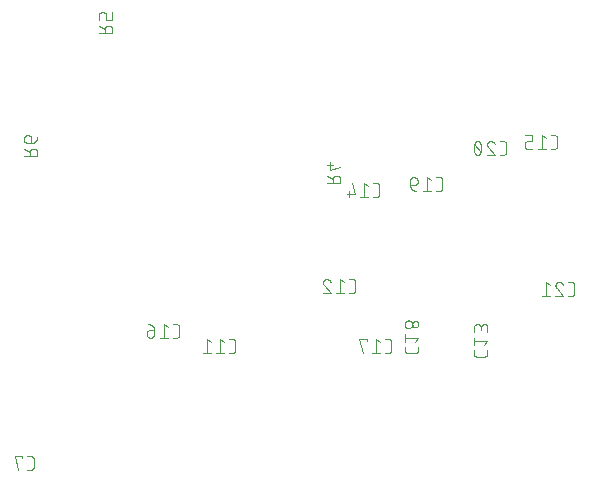
<source format=gbr>
G04 EAGLE Gerber RS-274X export*
G75*
%MOMM*%
%FSLAX34Y34*%
%LPD*%
%INSilkscreen Bottom*%
%IPPOS*%
%AMOC8*
5,1,8,0,0,1.08239X$1,22.5*%
G01*
%ADD10C,0.101600*%


D10*
X112964Y71628D02*
X115561Y71628D01*
X115660Y71630D01*
X115760Y71636D01*
X115859Y71645D01*
X115957Y71658D01*
X116055Y71675D01*
X116153Y71696D01*
X116249Y71721D01*
X116344Y71749D01*
X116438Y71781D01*
X116531Y71816D01*
X116623Y71855D01*
X116713Y71898D01*
X116801Y71943D01*
X116888Y71993D01*
X116972Y72045D01*
X117055Y72101D01*
X117135Y72159D01*
X117213Y72221D01*
X117288Y72286D01*
X117361Y72354D01*
X117431Y72424D01*
X117499Y72497D01*
X117564Y72572D01*
X117626Y72650D01*
X117684Y72730D01*
X117740Y72813D01*
X117792Y72897D01*
X117842Y72984D01*
X117887Y73072D01*
X117930Y73162D01*
X117969Y73254D01*
X118004Y73347D01*
X118036Y73441D01*
X118064Y73536D01*
X118089Y73632D01*
X118110Y73730D01*
X118127Y73828D01*
X118140Y73926D01*
X118149Y74025D01*
X118155Y74125D01*
X118157Y74224D01*
X118157Y80716D01*
X118155Y80815D01*
X118149Y80915D01*
X118140Y81014D01*
X118127Y81112D01*
X118110Y81210D01*
X118089Y81308D01*
X118064Y81404D01*
X118036Y81499D01*
X118004Y81593D01*
X117969Y81686D01*
X117930Y81778D01*
X117887Y81868D01*
X117842Y81956D01*
X117792Y82043D01*
X117740Y82127D01*
X117684Y82210D01*
X117626Y82290D01*
X117564Y82368D01*
X117499Y82443D01*
X117431Y82516D01*
X117361Y82586D01*
X117288Y82654D01*
X117213Y82719D01*
X117135Y82781D01*
X117055Y82839D01*
X116972Y82895D01*
X116888Y82947D01*
X116801Y82997D01*
X116713Y83042D01*
X116623Y83085D01*
X116531Y83124D01*
X116438Y83159D01*
X116344Y83191D01*
X116249Y83219D01*
X116153Y83244D01*
X116055Y83265D01*
X115957Y83282D01*
X115859Y83295D01*
X115760Y83304D01*
X115660Y83310D01*
X115561Y83312D01*
X112964Y83312D01*
X108599Y83312D02*
X108599Y82014D01*
X108599Y83312D02*
X102108Y83312D01*
X105354Y71628D01*
X366268Y314198D02*
X377952Y314198D01*
X377952Y317444D01*
X377950Y317557D01*
X377944Y317670D01*
X377934Y317783D01*
X377920Y317896D01*
X377903Y318008D01*
X377881Y318119D01*
X377856Y318229D01*
X377826Y318339D01*
X377793Y318447D01*
X377756Y318554D01*
X377716Y318660D01*
X377671Y318764D01*
X377623Y318867D01*
X377572Y318968D01*
X377517Y319067D01*
X377459Y319164D01*
X377397Y319259D01*
X377332Y319352D01*
X377264Y319442D01*
X377193Y319530D01*
X377118Y319616D01*
X377041Y319699D01*
X376961Y319779D01*
X376878Y319856D01*
X376792Y319931D01*
X376704Y320002D01*
X376614Y320070D01*
X376521Y320135D01*
X376426Y320197D01*
X376329Y320255D01*
X376230Y320310D01*
X376129Y320361D01*
X376026Y320409D01*
X375922Y320454D01*
X375816Y320494D01*
X375709Y320531D01*
X375601Y320564D01*
X375491Y320594D01*
X375381Y320619D01*
X375270Y320641D01*
X375158Y320658D01*
X375045Y320672D01*
X374932Y320682D01*
X374819Y320688D01*
X374706Y320690D01*
X374593Y320688D01*
X374480Y320682D01*
X374367Y320672D01*
X374254Y320658D01*
X374142Y320641D01*
X374031Y320619D01*
X373921Y320594D01*
X373811Y320564D01*
X373703Y320531D01*
X373596Y320494D01*
X373490Y320454D01*
X373386Y320409D01*
X373283Y320361D01*
X373182Y320310D01*
X373083Y320255D01*
X372986Y320197D01*
X372891Y320135D01*
X372798Y320070D01*
X372708Y320002D01*
X372620Y319931D01*
X372534Y319856D01*
X372451Y319779D01*
X372371Y319699D01*
X372294Y319616D01*
X372219Y319530D01*
X372148Y319442D01*
X372080Y319352D01*
X372015Y319259D01*
X371953Y319164D01*
X371895Y319067D01*
X371840Y318968D01*
X371789Y318867D01*
X371741Y318764D01*
X371696Y318660D01*
X371656Y318554D01*
X371619Y318447D01*
X371586Y318339D01*
X371556Y318229D01*
X371531Y318119D01*
X371509Y318008D01*
X371492Y317896D01*
X371478Y317783D01*
X371468Y317670D01*
X371462Y317557D01*
X371460Y317444D01*
X371461Y317444D02*
X371461Y314198D01*
X371461Y318093D02*
X366268Y320689D01*
X368864Y325554D02*
X377952Y328151D01*
X368864Y325554D02*
X368864Y332045D01*
X371461Y330098D02*
X366268Y330098D01*
X184912Y441198D02*
X173228Y441198D01*
X184912Y441198D02*
X184912Y444444D01*
X184910Y444557D01*
X184904Y444670D01*
X184894Y444783D01*
X184880Y444896D01*
X184863Y445008D01*
X184841Y445119D01*
X184816Y445229D01*
X184786Y445339D01*
X184753Y445447D01*
X184716Y445554D01*
X184676Y445660D01*
X184631Y445764D01*
X184583Y445867D01*
X184532Y445968D01*
X184477Y446067D01*
X184419Y446164D01*
X184357Y446259D01*
X184292Y446352D01*
X184224Y446442D01*
X184153Y446530D01*
X184078Y446616D01*
X184001Y446699D01*
X183921Y446779D01*
X183838Y446856D01*
X183752Y446931D01*
X183664Y447002D01*
X183574Y447070D01*
X183481Y447135D01*
X183386Y447197D01*
X183289Y447255D01*
X183190Y447310D01*
X183089Y447361D01*
X182986Y447409D01*
X182882Y447454D01*
X182776Y447494D01*
X182669Y447531D01*
X182561Y447564D01*
X182451Y447594D01*
X182341Y447619D01*
X182230Y447641D01*
X182118Y447658D01*
X182005Y447672D01*
X181892Y447682D01*
X181779Y447688D01*
X181666Y447690D01*
X181553Y447688D01*
X181440Y447682D01*
X181327Y447672D01*
X181214Y447658D01*
X181102Y447641D01*
X180991Y447619D01*
X180881Y447594D01*
X180771Y447564D01*
X180663Y447531D01*
X180556Y447494D01*
X180450Y447454D01*
X180346Y447409D01*
X180243Y447361D01*
X180142Y447310D01*
X180043Y447255D01*
X179946Y447197D01*
X179851Y447135D01*
X179758Y447070D01*
X179668Y447002D01*
X179580Y446931D01*
X179494Y446856D01*
X179411Y446779D01*
X179331Y446699D01*
X179254Y446616D01*
X179179Y446530D01*
X179108Y446442D01*
X179040Y446352D01*
X178975Y446259D01*
X178913Y446164D01*
X178855Y446067D01*
X178800Y445968D01*
X178749Y445867D01*
X178701Y445764D01*
X178656Y445660D01*
X178616Y445554D01*
X178579Y445447D01*
X178546Y445339D01*
X178516Y445229D01*
X178491Y445119D01*
X178469Y445008D01*
X178452Y444896D01*
X178438Y444783D01*
X178428Y444670D01*
X178422Y444557D01*
X178420Y444444D01*
X178421Y444444D02*
X178421Y441198D01*
X178421Y445093D02*
X173228Y447689D01*
X173228Y452554D02*
X173228Y456449D01*
X173230Y456548D01*
X173236Y456648D01*
X173245Y456747D01*
X173258Y456845D01*
X173275Y456943D01*
X173296Y457041D01*
X173321Y457137D01*
X173349Y457232D01*
X173381Y457326D01*
X173416Y457419D01*
X173455Y457511D01*
X173498Y457601D01*
X173543Y457689D01*
X173593Y457776D01*
X173645Y457860D01*
X173701Y457943D01*
X173759Y458023D01*
X173821Y458101D01*
X173886Y458176D01*
X173954Y458249D01*
X174024Y458319D01*
X174097Y458387D01*
X174172Y458452D01*
X174250Y458514D01*
X174330Y458572D01*
X174413Y458628D01*
X174497Y458680D01*
X174584Y458730D01*
X174672Y458775D01*
X174762Y458818D01*
X174854Y458857D01*
X174947Y458892D01*
X175041Y458924D01*
X175136Y458952D01*
X175232Y458977D01*
X175330Y458998D01*
X175428Y459015D01*
X175526Y459028D01*
X175625Y459037D01*
X175725Y459043D01*
X175824Y459045D01*
X177123Y459045D01*
X177222Y459043D01*
X177322Y459037D01*
X177421Y459028D01*
X177519Y459015D01*
X177617Y458998D01*
X177715Y458977D01*
X177811Y458952D01*
X177906Y458924D01*
X178000Y458892D01*
X178093Y458857D01*
X178185Y458818D01*
X178275Y458775D01*
X178363Y458730D01*
X178450Y458680D01*
X178534Y458628D01*
X178617Y458572D01*
X178697Y458514D01*
X178775Y458452D01*
X178850Y458387D01*
X178923Y458319D01*
X178993Y458249D01*
X179061Y458176D01*
X179126Y458101D01*
X179188Y458023D01*
X179246Y457943D01*
X179302Y457860D01*
X179354Y457776D01*
X179404Y457689D01*
X179449Y457601D01*
X179492Y457511D01*
X179531Y457419D01*
X179566Y457326D01*
X179598Y457232D01*
X179626Y457137D01*
X179651Y457041D01*
X179672Y456943D01*
X179689Y456845D01*
X179702Y456747D01*
X179711Y456648D01*
X179717Y456548D01*
X179719Y456449D01*
X179719Y452554D01*
X184912Y452554D01*
X184912Y459045D01*
X121412Y337058D02*
X109728Y337058D01*
X121412Y337058D02*
X121412Y340304D01*
X121410Y340417D01*
X121404Y340530D01*
X121394Y340643D01*
X121380Y340756D01*
X121363Y340868D01*
X121341Y340979D01*
X121316Y341089D01*
X121286Y341199D01*
X121253Y341307D01*
X121216Y341414D01*
X121176Y341520D01*
X121131Y341624D01*
X121083Y341727D01*
X121032Y341828D01*
X120977Y341927D01*
X120919Y342024D01*
X120857Y342119D01*
X120792Y342212D01*
X120724Y342302D01*
X120653Y342390D01*
X120578Y342476D01*
X120501Y342559D01*
X120421Y342639D01*
X120338Y342716D01*
X120252Y342791D01*
X120164Y342862D01*
X120074Y342930D01*
X119981Y342995D01*
X119886Y343057D01*
X119789Y343115D01*
X119690Y343170D01*
X119589Y343221D01*
X119486Y343269D01*
X119382Y343314D01*
X119276Y343354D01*
X119169Y343391D01*
X119061Y343424D01*
X118951Y343454D01*
X118841Y343479D01*
X118730Y343501D01*
X118618Y343518D01*
X118505Y343532D01*
X118392Y343542D01*
X118279Y343548D01*
X118166Y343550D01*
X118053Y343548D01*
X117940Y343542D01*
X117827Y343532D01*
X117714Y343518D01*
X117602Y343501D01*
X117491Y343479D01*
X117381Y343454D01*
X117271Y343424D01*
X117163Y343391D01*
X117056Y343354D01*
X116950Y343314D01*
X116846Y343269D01*
X116743Y343221D01*
X116642Y343170D01*
X116543Y343115D01*
X116446Y343057D01*
X116351Y342995D01*
X116258Y342930D01*
X116168Y342862D01*
X116080Y342791D01*
X115994Y342716D01*
X115911Y342639D01*
X115831Y342559D01*
X115754Y342476D01*
X115679Y342390D01*
X115608Y342302D01*
X115540Y342212D01*
X115475Y342119D01*
X115413Y342024D01*
X115355Y341927D01*
X115300Y341828D01*
X115249Y341727D01*
X115201Y341624D01*
X115156Y341520D01*
X115116Y341414D01*
X115079Y341307D01*
X115046Y341199D01*
X115016Y341089D01*
X114991Y340979D01*
X114969Y340868D01*
X114952Y340756D01*
X114938Y340643D01*
X114928Y340530D01*
X114922Y340417D01*
X114920Y340304D01*
X114921Y340304D02*
X114921Y337058D01*
X114921Y340953D02*
X109728Y343549D01*
X116219Y348414D02*
X116219Y352309D01*
X116217Y352408D01*
X116211Y352508D01*
X116202Y352607D01*
X116189Y352705D01*
X116172Y352803D01*
X116151Y352901D01*
X116126Y352997D01*
X116098Y353092D01*
X116066Y353186D01*
X116031Y353279D01*
X115992Y353371D01*
X115949Y353461D01*
X115904Y353549D01*
X115854Y353636D01*
X115802Y353720D01*
X115746Y353803D01*
X115688Y353883D01*
X115626Y353961D01*
X115561Y354036D01*
X115493Y354109D01*
X115423Y354179D01*
X115350Y354247D01*
X115275Y354312D01*
X115197Y354374D01*
X115117Y354432D01*
X115034Y354488D01*
X114950Y354540D01*
X114863Y354590D01*
X114775Y354635D01*
X114685Y354678D01*
X114593Y354717D01*
X114500Y354752D01*
X114406Y354784D01*
X114311Y354812D01*
X114215Y354837D01*
X114117Y354858D01*
X114019Y354875D01*
X113921Y354888D01*
X113822Y354897D01*
X113722Y354903D01*
X113623Y354905D01*
X112974Y354905D01*
X112974Y354906D02*
X112861Y354904D01*
X112748Y354898D01*
X112635Y354888D01*
X112522Y354874D01*
X112410Y354857D01*
X112299Y354835D01*
X112189Y354810D01*
X112079Y354780D01*
X111971Y354747D01*
X111864Y354710D01*
X111758Y354670D01*
X111654Y354625D01*
X111551Y354577D01*
X111450Y354526D01*
X111351Y354471D01*
X111254Y354413D01*
X111159Y354351D01*
X111066Y354286D01*
X110976Y354218D01*
X110888Y354147D01*
X110802Y354072D01*
X110719Y353995D01*
X110639Y353915D01*
X110562Y353832D01*
X110487Y353746D01*
X110416Y353658D01*
X110348Y353568D01*
X110283Y353475D01*
X110221Y353380D01*
X110163Y353283D01*
X110108Y353184D01*
X110057Y353083D01*
X110009Y352980D01*
X109964Y352876D01*
X109924Y352770D01*
X109887Y352663D01*
X109854Y352555D01*
X109824Y352445D01*
X109799Y352335D01*
X109777Y352224D01*
X109760Y352112D01*
X109746Y351999D01*
X109736Y351886D01*
X109730Y351773D01*
X109728Y351660D01*
X109730Y351547D01*
X109736Y351434D01*
X109746Y351321D01*
X109760Y351208D01*
X109777Y351096D01*
X109799Y350985D01*
X109824Y350875D01*
X109854Y350765D01*
X109887Y350657D01*
X109924Y350550D01*
X109964Y350444D01*
X110009Y350340D01*
X110057Y350237D01*
X110108Y350136D01*
X110163Y350037D01*
X110221Y349940D01*
X110283Y349845D01*
X110348Y349752D01*
X110416Y349662D01*
X110487Y349574D01*
X110562Y349488D01*
X110639Y349405D01*
X110719Y349325D01*
X110802Y349248D01*
X110888Y349173D01*
X110976Y349102D01*
X111066Y349034D01*
X111159Y348969D01*
X111254Y348907D01*
X111351Y348849D01*
X111450Y348794D01*
X111551Y348743D01*
X111654Y348695D01*
X111758Y348650D01*
X111864Y348610D01*
X111971Y348573D01*
X112079Y348540D01*
X112189Y348510D01*
X112299Y348485D01*
X112410Y348463D01*
X112522Y348446D01*
X112635Y348432D01*
X112748Y348422D01*
X112861Y348416D01*
X112974Y348414D01*
X116219Y348414D01*
X116362Y348416D01*
X116505Y348422D01*
X116648Y348432D01*
X116790Y348446D01*
X116932Y348463D01*
X117074Y348485D01*
X117215Y348510D01*
X117355Y348540D01*
X117494Y348573D01*
X117632Y348610D01*
X117769Y348651D01*
X117905Y348695D01*
X118040Y348744D01*
X118173Y348796D01*
X118305Y348851D01*
X118435Y348911D01*
X118564Y348974D01*
X118691Y349040D01*
X118815Y349110D01*
X118938Y349183D01*
X119059Y349260D01*
X119178Y349340D01*
X119294Y349423D01*
X119409Y349509D01*
X119520Y349598D01*
X119630Y349691D01*
X119736Y349786D01*
X119840Y349885D01*
X119941Y349986D01*
X120040Y350090D01*
X120135Y350196D01*
X120228Y350306D01*
X120317Y350417D01*
X120403Y350532D01*
X120486Y350648D01*
X120566Y350767D01*
X120643Y350888D01*
X120716Y351010D01*
X120786Y351135D01*
X120852Y351262D01*
X120915Y351391D01*
X120975Y351521D01*
X121030Y351653D01*
X121082Y351786D01*
X121131Y351921D01*
X121175Y352057D01*
X121216Y352194D01*
X121253Y352332D01*
X121286Y352471D01*
X121316Y352611D01*
X121341Y352752D01*
X121363Y352894D01*
X121380Y353036D01*
X121394Y353178D01*
X121404Y353321D01*
X121410Y353464D01*
X121412Y353607D01*
X283859Y170688D02*
X286456Y170688D01*
X286555Y170690D01*
X286655Y170696D01*
X286754Y170705D01*
X286852Y170718D01*
X286950Y170735D01*
X287048Y170756D01*
X287144Y170781D01*
X287239Y170809D01*
X287333Y170841D01*
X287426Y170876D01*
X287518Y170915D01*
X287608Y170958D01*
X287696Y171003D01*
X287783Y171053D01*
X287867Y171105D01*
X287950Y171161D01*
X288030Y171219D01*
X288108Y171281D01*
X288183Y171346D01*
X288256Y171414D01*
X288326Y171484D01*
X288394Y171557D01*
X288459Y171632D01*
X288521Y171710D01*
X288579Y171790D01*
X288635Y171873D01*
X288687Y171957D01*
X288737Y172044D01*
X288782Y172132D01*
X288825Y172222D01*
X288864Y172314D01*
X288899Y172407D01*
X288931Y172501D01*
X288959Y172596D01*
X288984Y172692D01*
X289005Y172790D01*
X289022Y172888D01*
X289035Y172986D01*
X289044Y173085D01*
X289050Y173185D01*
X289052Y173284D01*
X289052Y179776D01*
X289050Y179875D01*
X289044Y179975D01*
X289035Y180074D01*
X289022Y180172D01*
X289005Y180270D01*
X288984Y180368D01*
X288959Y180464D01*
X288931Y180559D01*
X288899Y180653D01*
X288864Y180746D01*
X288825Y180838D01*
X288782Y180928D01*
X288737Y181016D01*
X288687Y181103D01*
X288635Y181187D01*
X288579Y181270D01*
X288521Y181350D01*
X288459Y181428D01*
X288394Y181503D01*
X288326Y181576D01*
X288256Y181646D01*
X288183Y181714D01*
X288108Y181779D01*
X288030Y181841D01*
X287950Y181899D01*
X287867Y181955D01*
X287783Y182007D01*
X287696Y182057D01*
X287608Y182102D01*
X287518Y182145D01*
X287426Y182184D01*
X287333Y182219D01*
X287239Y182251D01*
X287144Y182279D01*
X287048Y182304D01*
X286950Y182325D01*
X286852Y182342D01*
X286754Y182355D01*
X286655Y182364D01*
X286555Y182370D01*
X286456Y182372D01*
X283859Y182372D01*
X279494Y179776D02*
X276248Y182372D01*
X276248Y170688D01*
X273003Y170688D02*
X279494Y170688D01*
X268064Y179776D02*
X264818Y182372D01*
X264818Y170688D01*
X261573Y170688D02*
X268064Y170688D01*
X385459Y221488D02*
X388056Y221488D01*
X388155Y221490D01*
X388255Y221496D01*
X388354Y221505D01*
X388452Y221518D01*
X388550Y221535D01*
X388648Y221556D01*
X388744Y221581D01*
X388839Y221609D01*
X388933Y221641D01*
X389026Y221676D01*
X389118Y221715D01*
X389208Y221758D01*
X389296Y221803D01*
X389383Y221853D01*
X389467Y221905D01*
X389550Y221961D01*
X389630Y222019D01*
X389708Y222081D01*
X389783Y222146D01*
X389856Y222214D01*
X389926Y222284D01*
X389994Y222357D01*
X390059Y222432D01*
X390121Y222510D01*
X390179Y222590D01*
X390235Y222673D01*
X390287Y222757D01*
X390337Y222844D01*
X390382Y222932D01*
X390425Y223022D01*
X390464Y223114D01*
X390499Y223207D01*
X390531Y223301D01*
X390559Y223396D01*
X390584Y223492D01*
X390605Y223590D01*
X390622Y223688D01*
X390635Y223786D01*
X390644Y223885D01*
X390650Y223985D01*
X390652Y224084D01*
X390652Y230576D01*
X390650Y230675D01*
X390644Y230775D01*
X390635Y230874D01*
X390622Y230972D01*
X390605Y231070D01*
X390584Y231168D01*
X390559Y231264D01*
X390531Y231359D01*
X390499Y231453D01*
X390464Y231546D01*
X390425Y231638D01*
X390382Y231728D01*
X390337Y231816D01*
X390287Y231903D01*
X390235Y231987D01*
X390179Y232070D01*
X390121Y232150D01*
X390059Y232228D01*
X389994Y232303D01*
X389926Y232376D01*
X389856Y232446D01*
X389783Y232514D01*
X389708Y232579D01*
X389630Y232641D01*
X389550Y232699D01*
X389467Y232755D01*
X389383Y232807D01*
X389296Y232857D01*
X389208Y232902D01*
X389118Y232945D01*
X389026Y232984D01*
X388933Y233019D01*
X388839Y233051D01*
X388744Y233079D01*
X388648Y233104D01*
X388550Y233125D01*
X388452Y233142D01*
X388354Y233155D01*
X388255Y233164D01*
X388155Y233170D01*
X388056Y233172D01*
X385459Y233172D01*
X381094Y230576D02*
X377848Y233172D01*
X377848Y221488D01*
X374603Y221488D02*
X381094Y221488D01*
X366094Y233172D02*
X365987Y233170D01*
X365881Y233164D01*
X365775Y233154D01*
X365669Y233141D01*
X365563Y233123D01*
X365459Y233102D01*
X365355Y233077D01*
X365252Y233048D01*
X365151Y233016D01*
X365051Y232979D01*
X364952Y232939D01*
X364854Y232896D01*
X364758Y232849D01*
X364664Y232798D01*
X364572Y232744D01*
X364482Y232687D01*
X364394Y232627D01*
X364309Y232563D01*
X364226Y232496D01*
X364145Y232426D01*
X364067Y232354D01*
X363991Y232278D01*
X363919Y232200D01*
X363849Y232119D01*
X363782Y232036D01*
X363718Y231951D01*
X363658Y231863D01*
X363601Y231773D01*
X363547Y231681D01*
X363496Y231587D01*
X363449Y231491D01*
X363406Y231393D01*
X363366Y231294D01*
X363329Y231194D01*
X363297Y231093D01*
X363268Y230990D01*
X363243Y230886D01*
X363222Y230782D01*
X363204Y230676D01*
X363191Y230570D01*
X363181Y230464D01*
X363175Y230358D01*
X363173Y230251D01*
X366094Y233172D02*
X366215Y233170D01*
X366336Y233164D01*
X366456Y233154D01*
X366577Y233141D01*
X366696Y233123D01*
X366816Y233102D01*
X366934Y233077D01*
X367051Y233048D01*
X367168Y233015D01*
X367283Y232979D01*
X367397Y232938D01*
X367510Y232895D01*
X367622Y232847D01*
X367731Y232796D01*
X367839Y232741D01*
X367946Y232683D01*
X368050Y232622D01*
X368152Y232557D01*
X368252Y232489D01*
X368350Y232418D01*
X368446Y232344D01*
X368539Y232267D01*
X368629Y232186D01*
X368717Y232103D01*
X368802Y232017D01*
X368885Y231928D01*
X368964Y231837D01*
X369041Y231743D01*
X369114Y231647D01*
X369184Y231549D01*
X369251Y231448D01*
X369315Y231345D01*
X369376Y231240D01*
X369433Y231133D01*
X369486Y231025D01*
X369536Y230915D01*
X369582Y230803D01*
X369625Y230690D01*
X369664Y230575D01*
X364147Y227979D02*
X364068Y228057D01*
X363992Y228137D01*
X363919Y228220D01*
X363849Y228306D01*
X363782Y228393D01*
X363718Y228484D01*
X363658Y228576D01*
X363600Y228670D01*
X363546Y228767D01*
X363496Y228865D01*
X363449Y228965D01*
X363405Y229066D01*
X363365Y229169D01*
X363329Y229274D01*
X363297Y229379D01*
X363268Y229486D01*
X363243Y229593D01*
X363221Y229702D01*
X363204Y229811D01*
X363190Y229920D01*
X363181Y230030D01*
X363175Y230141D01*
X363173Y230251D01*
X364146Y227979D02*
X369664Y221488D01*
X363173Y221488D01*
X490728Y172786D02*
X490728Y170189D01*
X490730Y170090D01*
X490736Y169990D01*
X490745Y169891D01*
X490758Y169793D01*
X490775Y169695D01*
X490796Y169597D01*
X490821Y169501D01*
X490849Y169406D01*
X490881Y169312D01*
X490916Y169219D01*
X490955Y169127D01*
X490998Y169037D01*
X491043Y168949D01*
X491093Y168862D01*
X491145Y168778D01*
X491201Y168695D01*
X491259Y168615D01*
X491321Y168537D01*
X491386Y168462D01*
X491454Y168389D01*
X491524Y168319D01*
X491597Y168251D01*
X491672Y168186D01*
X491750Y168124D01*
X491830Y168066D01*
X491913Y168010D01*
X491997Y167958D01*
X492084Y167908D01*
X492172Y167863D01*
X492262Y167820D01*
X492354Y167781D01*
X492447Y167746D01*
X492541Y167714D01*
X492636Y167686D01*
X492732Y167661D01*
X492830Y167640D01*
X492928Y167623D01*
X493026Y167610D01*
X493125Y167601D01*
X493225Y167595D01*
X493324Y167593D01*
X499816Y167593D01*
X499915Y167595D01*
X500015Y167601D01*
X500114Y167610D01*
X500212Y167623D01*
X500310Y167640D01*
X500408Y167661D01*
X500504Y167686D01*
X500599Y167714D01*
X500693Y167746D01*
X500786Y167781D01*
X500878Y167820D01*
X500968Y167863D01*
X501056Y167908D01*
X501143Y167958D01*
X501227Y168010D01*
X501310Y168066D01*
X501390Y168124D01*
X501468Y168186D01*
X501543Y168251D01*
X501616Y168319D01*
X501686Y168389D01*
X501754Y168462D01*
X501819Y168537D01*
X501881Y168615D01*
X501939Y168695D01*
X501995Y168778D01*
X502047Y168862D01*
X502097Y168949D01*
X502142Y169037D01*
X502185Y169127D01*
X502224Y169219D01*
X502259Y169311D01*
X502291Y169406D01*
X502319Y169501D01*
X502344Y169597D01*
X502365Y169695D01*
X502382Y169793D01*
X502395Y169891D01*
X502404Y169990D01*
X502410Y170090D01*
X502412Y170189D01*
X502412Y172786D01*
X499816Y177151D02*
X502412Y180396D01*
X490728Y180396D01*
X490728Y177151D02*
X490728Y183642D01*
X490728Y188581D02*
X490728Y191826D01*
X490730Y191939D01*
X490736Y192052D01*
X490746Y192165D01*
X490760Y192278D01*
X490777Y192390D01*
X490799Y192501D01*
X490824Y192611D01*
X490854Y192721D01*
X490887Y192829D01*
X490924Y192936D01*
X490964Y193042D01*
X491009Y193146D01*
X491057Y193249D01*
X491108Y193350D01*
X491163Y193449D01*
X491221Y193546D01*
X491283Y193641D01*
X491348Y193734D01*
X491416Y193824D01*
X491487Y193912D01*
X491562Y193998D01*
X491639Y194081D01*
X491719Y194161D01*
X491802Y194238D01*
X491888Y194313D01*
X491976Y194384D01*
X492066Y194452D01*
X492159Y194517D01*
X492254Y194579D01*
X492351Y194637D01*
X492450Y194692D01*
X492551Y194743D01*
X492654Y194791D01*
X492758Y194836D01*
X492864Y194876D01*
X492971Y194913D01*
X493079Y194946D01*
X493189Y194976D01*
X493299Y195001D01*
X493410Y195023D01*
X493522Y195040D01*
X493635Y195054D01*
X493748Y195064D01*
X493861Y195070D01*
X493974Y195072D01*
X494087Y195070D01*
X494200Y195064D01*
X494313Y195054D01*
X494426Y195040D01*
X494538Y195023D01*
X494649Y195001D01*
X494759Y194976D01*
X494869Y194946D01*
X494977Y194913D01*
X495084Y194876D01*
X495190Y194836D01*
X495294Y194791D01*
X495397Y194743D01*
X495498Y194692D01*
X495597Y194637D01*
X495694Y194579D01*
X495789Y194517D01*
X495882Y194452D01*
X495972Y194384D01*
X496060Y194313D01*
X496146Y194238D01*
X496229Y194161D01*
X496309Y194081D01*
X496386Y193998D01*
X496461Y193912D01*
X496532Y193824D01*
X496600Y193734D01*
X496665Y193641D01*
X496727Y193546D01*
X496785Y193449D01*
X496840Y193350D01*
X496891Y193249D01*
X496939Y193146D01*
X496984Y193042D01*
X497024Y192936D01*
X497061Y192829D01*
X497094Y192721D01*
X497124Y192611D01*
X497149Y192501D01*
X497171Y192390D01*
X497188Y192278D01*
X497202Y192165D01*
X497212Y192052D01*
X497218Y191939D01*
X497220Y191826D01*
X502412Y192476D02*
X502412Y188581D01*
X502412Y192476D02*
X502410Y192577D01*
X502404Y192677D01*
X502394Y192777D01*
X502381Y192877D01*
X502363Y192976D01*
X502342Y193075D01*
X502317Y193172D01*
X502288Y193269D01*
X502255Y193364D01*
X502219Y193458D01*
X502179Y193550D01*
X502136Y193641D01*
X502089Y193730D01*
X502039Y193817D01*
X501985Y193903D01*
X501928Y193986D01*
X501868Y194066D01*
X501805Y194145D01*
X501738Y194221D01*
X501669Y194294D01*
X501597Y194364D01*
X501523Y194432D01*
X501446Y194497D01*
X501366Y194558D01*
X501284Y194617D01*
X501200Y194672D01*
X501114Y194724D01*
X501026Y194773D01*
X500936Y194818D01*
X500844Y194860D01*
X500751Y194898D01*
X500656Y194932D01*
X500561Y194963D01*
X500464Y194990D01*
X500366Y195013D01*
X500267Y195033D01*
X500167Y195048D01*
X500067Y195060D01*
X499967Y195068D01*
X499866Y195072D01*
X499766Y195072D01*
X499665Y195068D01*
X499565Y195060D01*
X499465Y195048D01*
X499365Y195033D01*
X499266Y195013D01*
X499168Y194990D01*
X499071Y194963D01*
X498976Y194932D01*
X498881Y194898D01*
X498788Y194860D01*
X498696Y194818D01*
X498606Y194773D01*
X498518Y194724D01*
X498432Y194672D01*
X498348Y194617D01*
X498266Y194558D01*
X498186Y194497D01*
X498109Y194432D01*
X498035Y194364D01*
X497963Y194294D01*
X497894Y194221D01*
X497827Y194145D01*
X497764Y194066D01*
X497704Y193986D01*
X497647Y193903D01*
X497593Y193817D01*
X497543Y193730D01*
X497496Y193641D01*
X497453Y193550D01*
X497413Y193458D01*
X497377Y193364D01*
X497344Y193269D01*
X497315Y193172D01*
X497290Y193075D01*
X497269Y192976D01*
X497251Y192877D01*
X497238Y192777D01*
X497228Y192677D01*
X497222Y192577D01*
X497220Y192476D01*
X497219Y192476D02*
X497219Y189879D01*
X408376Y302768D02*
X405779Y302768D01*
X408376Y302768D02*
X408475Y302770D01*
X408575Y302776D01*
X408674Y302785D01*
X408772Y302798D01*
X408870Y302815D01*
X408968Y302836D01*
X409064Y302861D01*
X409159Y302889D01*
X409253Y302921D01*
X409346Y302956D01*
X409438Y302995D01*
X409528Y303038D01*
X409616Y303083D01*
X409703Y303133D01*
X409787Y303185D01*
X409870Y303241D01*
X409950Y303299D01*
X410028Y303361D01*
X410103Y303426D01*
X410176Y303494D01*
X410246Y303564D01*
X410314Y303637D01*
X410379Y303712D01*
X410441Y303790D01*
X410499Y303870D01*
X410555Y303953D01*
X410607Y304037D01*
X410657Y304124D01*
X410702Y304212D01*
X410745Y304302D01*
X410784Y304394D01*
X410819Y304487D01*
X410851Y304581D01*
X410879Y304676D01*
X410904Y304772D01*
X410925Y304870D01*
X410942Y304968D01*
X410955Y305066D01*
X410964Y305165D01*
X410970Y305265D01*
X410972Y305364D01*
X410972Y311856D01*
X410970Y311955D01*
X410964Y312055D01*
X410955Y312154D01*
X410942Y312252D01*
X410925Y312350D01*
X410904Y312448D01*
X410879Y312544D01*
X410851Y312639D01*
X410819Y312733D01*
X410784Y312826D01*
X410745Y312918D01*
X410702Y313008D01*
X410657Y313096D01*
X410607Y313183D01*
X410555Y313267D01*
X410499Y313350D01*
X410441Y313430D01*
X410379Y313508D01*
X410314Y313583D01*
X410246Y313656D01*
X410176Y313726D01*
X410103Y313794D01*
X410028Y313859D01*
X409950Y313921D01*
X409870Y313979D01*
X409787Y314035D01*
X409703Y314087D01*
X409616Y314137D01*
X409528Y314182D01*
X409438Y314225D01*
X409346Y314264D01*
X409253Y314299D01*
X409159Y314331D01*
X409064Y314359D01*
X408968Y314384D01*
X408870Y314405D01*
X408772Y314422D01*
X408674Y314435D01*
X408575Y314444D01*
X408475Y314450D01*
X408376Y314452D01*
X405779Y314452D01*
X401414Y311856D02*
X398168Y314452D01*
X398168Y302768D01*
X394923Y302768D02*
X401414Y302768D01*
X389984Y305364D02*
X387387Y314452D01*
X389984Y305364D02*
X383493Y305364D01*
X385440Y307961D02*
X385440Y302768D01*
X556194Y343408D02*
X558791Y343408D01*
X558890Y343410D01*
X558990Y343416D01*
X559089Y343425D01*
X559187Y343438D01*
X559285Y343455D01*
X559383Y343476D01*
X559479Y343501D01*
X559574Y343529D01*
X559668Y343561D01*
X559761Y343596D01*
X559853Y343635D01*
X559943Y343678D01*
X560031Y343723D01*
X560118Y343773D01*
X560202Y343825D01*
X560285Y343881D01*
X560365Y343939D01*
X560443Y344001D01*
X560518Y344066D01*
X560591Y344134D01*
X560661Y344204D01*
X560729Y344277D01*
X560794Y344352D01*
X560856Y344430D01*
X560914Y344510D01*
X560970Y344593D01*
X561022Y344677D01*
X561072Y344764D01*
X561117Y344852D01*
X561160Y344942D01*
X561199Y345034D01*
X561234Y345127D01*
X561266Y345221D01*
X561294Y345316D01*
X561319Y345412D01*
X561340Y345510D01*
X561357Y345608D01*
X561370Y345706D01*
X561379Y345805D01*
X561385Y345905D01*
X561387Y346004D01*
X561387Y352496D01*
X561385Y352595D01*
X561379Y352695D01*
X561370Y352794D01*
X561357Y352892D01*
X561340Y352990D01*
X561319Y353088D01*
X561294Y353184D01*
X561266Y353279D01*
X561234Y353373D01*
X561199Y353466D01*
X561160Y353558D01*
X561117Y353648D01*
X561072Y353736D01*
X561022Y353823D01*
X560970Y353907D01*
X560914Y353990D01*
X560856Y354070D01*
X560794Y354148D01*
X560729Y354223D01*
X560661Y354296D01*
X560591Y354366D01*
X560518Y354434D01*
X560443Y354499D01*
X560365Y354561D01*
X560285Y354619D01*
X560202Y354675D01*
X560118Y354727D01*
X560031Y354777D01*
X559943Y354822D01*
X559853Y354865D01*
X559761Y354904D01*
X559668Y354939D01*
X559574Y354971D01*
X559479Y354999D01*
X559383Y355024D01*
X559285Y355045D01*
X559187Y355062D01*
X559089Y355075D01*
X558990Y355084D01*
X558890Y355090D01*
X558791Y355092D01*
X556194Y355092D01*
X551829Y352496D02*
X548584Y355092D01*
X548584Y343408D01*
X551829Y343408D02*
X545338Y343408D01*
X540399Y343408D02*
X536504Y343408D01*
X536405Y343410D01*
X536305Y343416D01*
X536206Y343425D01*
X536108Y343438D01*
X536010Y343455D01*
X535912Y343476D01*
X535816Y343501D01*
X535721Y343529D01*
X535627Y343561D01*
X535534Y343596D01*
X535442Y343635D01*
X535352Y343678D01*
X535264Y343723D01*
X535177Y343773D01*
X535093Y343825D01*
X535010Y343881D01*
X534930Y343939D01*
X534852Y344001D01*
X534777Y344066D01*
X534704Y344134D01*
X534634Y344204D01*
X534566Y344277D01*
X534501Y344352D01*
X534439Y344430D01*
X534381Y344510D01*
X534325Y344593D01*
X534273Y344677D01*
X534223Y344764D01*
X534178Y344852D01*
X534135Y344942D01*
X534096Y345034D01*
X534061Y345127D01*
X534029Y345221D01*
X534001Y345316D01*
X533976Y345412D01*
X533955Y345510D01*
X533938Y345608D01*
X533925Y345706D01*
X533916Y345805D01*
X533910Y345905D01*
X533908Y346004D01*
X533908Y347303D01*
X533910Y347402D01*
X533916Y347502D01*
X533925Y347601D01*
X533938Y347699D01*
X533955Y347797D01*
X533976Y347895D01*
X534001Y347991D01*
X534029Y348086D01*
X534061Y348180D01*
X534096Y348273D01*
X534135Y348365D01*
X534178Y348455D01*
X534223Y348543D01*
X534273Y348630D01*
X534325Y348714D01*
X534381Y348797D01*
X534439Y348877D01*
X534501Y348955D01*
X534566Y349030D01*
X534634Y349103D01*
X534704Y349173D01*
X534777Y349241D01*
X534852Y349306D01*
X534930Y349368D01*
X535010Y349426D01*
X535093Y349482D01*
X535177Y349534D01*
X535264Y349584D01*
X535352Y349629D01*
X535442Y349672D01*
X535534Y349711D01*
X535627Y349746D01*
X535721Y349778D01*
X535816Y349806D01*
X535912Y349831D01*
X536010Y349852D01*
X536108Y349869D01*
X536206Y349882D01*
X536305Y349891D01*
X536405Y349897D01*
X536504Y349899D01*
X540399Y349899D01*
X540399Y355092D01*
X533908Y355092D01*
X238751Y183388D02*
X236154Y183388D01*
X238751Y183388D02*
X238850Y183390D01*
X238950Y183396D01*
X239049Y183405D01*
X239147Y183418D01*
X239245Y183435D01*
X239343Y183456D01*
X239439Y183481D01*
X239534Y183509D01*
X239628Y183541D01*
X239721Y183576D01*
X239813Y183615D01*
X239903Y183658D01*
X239991Y183703D01*
X240078Y183753D01*
X240162Y183805D01*
X240245Y183861D01*
X240325Y183919D01*
X240403Y183981D01*
X240478Y184046D01*
X240551Y184114D01*
X240621Y184184D01*
X240689Y184257D01*
X240754Y184332D01*
X240816Y184410D01*
X240874Y184490D01*
X240930Y184573D01*
X240982Y184657D01*
X241032Y184744D01*
X241077Y184832D01*
X241120Y184922D01*
X241159Y185014D01*
X241194Y185107D01*
X241226Y185201D01*
X241254Y185296D01*
X241279Y185392D01*
X241300Y185490D01*
X241317Y185588D01*
X241330Y185686D01*
X241339Y185785D01*
X241345Y185885D01*
X241347Y185984D01*
X241347Y192476D01*
X241345Y192575D01*
X241339Y192675D01*
X241330Y192774D01*
X241317Y192872D01*
X241300Y192970D01*
X241279Y193068D01*
X241254Y193164D01*
X241226Y193259D01*
X241194Y193353D01*
X241159Y193446D01*
X241120Y193538D01*
X241077Y193628D01*
X241032Y193716D01*
X240982Y193803D01*
X240930Y193887D01*
X240874Y193970D01*
X240816Y194050D01*
X240754Y194128D01*
X240689Y194203D01*
X240621Y194276D01*
X240551Y194346D01*
X240478Y194414D01*
X240403Y194479D01*
X240325Y194541D01*
X240245Y194599D01*
X240162Y194655D01*
X240078Y194707D01*
X239991Y194757D01*
X239903Y194802D01*
X239813Y194845D01*
X239721Y194884D01*
X239628Y194919D01*
X239534Y194951D01*
X239439Y194979D01*
X239343Y195004D01*
X239245Y195025D01*
X239147Y195042D01*
X239049Y195055D01*
X238950Y195064D01*
X238850Y195070D01*
X238751Y195072D01*
X236154Y195072D01*
X231789Y192476D02*
X228544Y195072D01*
X228544Y183388D01*
X231789Y183388D02*
X225298Y183388D01*
X220359Y189879D02*
X216464Y189879D01*
X216365Y189877D01*
X216265Y189871D01*
X216166Y189862D01*
X216068Y189849D01*
X215970Y189832D01*
X215872Y189811D01*
X215776Y189786D01*
X215681Y189758D01*
X215587Y189726D01*
X215494Y189691D01*
X215402Y189652D01*
X215312Y189609D01*
X215224Y189564D01*
X215137Y189514D01*
X215053Y189462D01*
X214970Y189406D01*
X214890Y189348D01*
X214812Y189286D01*
X214737Y189221D01*
X214664Y189153D01*
X214594Y189083D01*
X214526Y189010D01*
X214461Y188935D01*
X214399Y188857D01*
X214341Y188777D01*
X214285Y188694D01*
X214233Y188610D01*
X214183Y188523D01*
X214138Y188435D01*
X214095Y188345D01*
X214056Y188253D01*
X214021Y188160D01*
X213989Y188066D01*
X213961Y187971D01*
X213936Y187875D01*
X213915Y187777D01*
X213898Y187679D01*
X213885Y187581D01*
X213876Y187482D01*
X213870Y187382D01*
X213868Y187283D01*
X213868Y186634D01*
X213870Y186521D01*
X213876Y186408D01*
X213886Y186295D01*
X213900Y186182D01*
X213917Y186070D01*
X213939Y185959D01*
X213964Y185849D01*
X213994Y185739D01*
X214027Y185631D01*
X214064Y185524D01*
X214104Y185418D01*
X214149Y185314D01*
X214197Y185211D01*
X214248Y185110D01*
X214303Y185011D01*
X214361Y184914D01*
X214423Y184819D01*
X214488Y184726D01*
X214556Y184636D01*
X214627Y184548D01*
X214702Y184462D01*
X214779Y184379D01*
X214859Y184299D01*
X214942Y184222D01*
X215028Y184147D01*
X215116Y184076D01*
X215206Y184008D01*
X215299Y183943D01*
X215394Y183881D01*
X215491Y183823D01*
X215590Y183768D01*
X215691Y183717D01*
X215794Y183669D01*
X215898Y183624D01*
X216004Y183584D01*
X216111Y183547D01*
X216219Y183514D01*
X216329Y183484D01*
X216439Y183459D01*
X216550Y183437D01*
X216662Y183420D01*
X216775Y183406D01*
X216888Y183396D01*
X217001Y183390D01*
X217114Y183388D01*
X217227Y183390D01*
X217340Y183396D01*
X217453Y183406D01*
X217566Y183420D01*
X217678Y183437D01*
X217789Y183459D01*
X217899Y183484D01*
X218009Y183514D01*
X218117Y183547D01*
X218224Y183584D01*
X218330Y183624D01*
X218434Y183669D01*
X218537Y183717D01*
X218638Y183768D01*
X218737Y183823D01*
X218834Y183881D01*
X218929Y183943D01*
X219022Y184008D01*
X219112Y184076D01*
X219200Y184147D01*
X219286Y184222D01*
X219369Y184299D01*
X219449Y184379D01*
X219526Y184462D01*
X219601Y184548D01*
X219672Y184636D01*
X219740Y184726D01*
X219805Y184819D01*
X219867Y184914D01*
X219925Y185011D01*
X219980Y185110D01*
X220031Y185211D01*
X220079Y185314D01*
X220124Y185418D01*
X220164Y185524D01*
X220201Y185631D01*
X220234Y185739D01*
X220264Y185849D01*
X220289Y185959D01*
X220311Y186070D01*
X220328Y186182D01*
X220342Y186295D01*
X220352Y186408D01*
X220358Y186521D01*
X220360Y186634D01*
X220359Y186634D02*
X220359Y189879D01*
X220357Y190022D01*
X220351Y190165D01*
X220341Y190308D01*
X220327Y190450D01*
X220310Y190592D01*
X220288Y190734D01*
X220263Y190875D01*
X220233Y191015D01*
X220200Y191154D01*
X220163Y191292D01*
X220122Y191429D01*
X220078Y191565D01*
X220029Y191700D01*
X219977Y191833D01*
X219922Y191965D01*
X219862Y192095D01*
X219799Y192224D01*
X219733Y192351D01*
X219663Y192476D01*
X219590Y192598D01*
X219513Y192719D01*
X219433Y192838D01*
X219350Y192954D01*
X219264Y193069D01*
X219175Y193180D01*
X219082Y193290D01*
X218987Y193396D01*
X218888Y193500D01*
X218787Y193601D01*
X218683Y193700D01*
X218577Y193795D01*
X218467Y193888D01*
X218356Y193977D01*
X218241Y194063D01*
X218125Y194146D01*
X218006Y194226D01*
X217885Y194303D01*
X217763Y194376D01*
X217638Y194446D01*
X217511Y194512D01*
X217382Y194575D01*
X217252Y194635D01*
X217120Y194690D01*
X216987Y194742D01*
X216852Y194791D01*
X216716Y194835D01*
X216579Y194876D01*
X216441Y194913D01*
X216302Y194946D01*
X216162Y194976D01*
X216021Y195001D01*
X215879Y195023D01*
X215737Y195040D01*
X215595Y195054D01*
X215452Y195064D01*
X215309Y195070D01*
X215166Y195072D01*
X415939Y170688D02*
X418536Y170688D01*
X418635Y170690D01*
X418735Y170696D01*
X418834Y170705D01*
X418932Y170718D01*
X419030Y170735D01*
X419128Y170756D01*
X419224Y170781D01*
X419319Y170809D01*
X419413Y170841D01*
X419506Y170876D01*
X419598Y170915D01*
X419688Y170958D01*
X419776Y171003D01*
X419863Y171053D01*
X419947Y171105D01*
X420030Y171161D01*
X420110Y171219D01*
X420188Y171281D01*
X420263Y171346D01*
X420336Y171414D01*
X420406Y171484D01*
X420474Y171557D01*
X420539Y171632D01*
X420601Y171710D01*
X420659Y171790D01*
X420715Y171873D01*
X420767Y171957D01*
X420817Y172044D01*
X420862Y172132D01*
X420905Y172222D01*
X420944Y172314D01*
X420979Y172407D01*
X421011Y172501D01*
X421039Y172596D01*
X421064Y172692D01*
X421085Y172790D01*
X421102Y172888D01*
X421115Y172986D01*
X421124Y173085D01*
X421130Y173185D01*
X421132Y173284D01*
X421132Y179776D01*
X421130Y179875D01*
X421124Y179975D01*
X421115Y180074D01*
X421102Y180172D01*
X421085Y180270D01*
X421064Y180368D01*
X421039Y180464D01*
X421011Y180559D01*
X420979Y180653D01*
X420944Y180746D01*
X420905Y180838D01*
X420862Y180928D01*
X420817Y181016D01*
X420767Y181103D01*
X420715Y181187D01*
X420659Y181270D01*
X420601Y181350D01*
X420539Y181428D01*
X420474Y181503D01*
X420406Y181576D01*
X420336Y181646D01*
X420263Y181714D01*
X420188Y181779D01*
X420110Y181841D01*
X420030Y181899D01*
X419947Y181955D01*
X419863Y182007D01*
X419776Y182057D01*
X419688Y182102D01*
X419598Y182145D01*
X419506Y182184D01*
X419413Y182219D01*
X419319Y182251D01*
X419224Y182279D01*
X419128Y182304D01*
X419030Y182325D01*
X418932Y182342D01*
X418834Y182355D01*
X418735Y182364D01*
X418635Y182370D01*
X418536Y182372D01*
X415939Y182372D01*
X411574Y179776D02*
X408328Y182372D01*
X408328Y170688D01*
X405083Y170688D02*
X411574Y170688D01*
X400144Y181074D02*
X400144Y182372D01*
X393653Y182372D01*
X396898Y170688D01*
X432308Y173284D02*
X432308Y175881D01*
X432308Y173284D02*
X432310Y173185D01*
X432316Y173085D01*
X432325Y172986D01*
X432338Y172888D01*
X432355Y172790D01*
X432376Y172692D01*
X432401Y172596D01*
X432429Y172501D01*
X432461Y172407D01*
X432496Y172314D01*
X432535Y172222D01*
X432578Y172132D01*
X432623Y172044D01*
X432673Y171957D01*
X432725Y171873D01*
X432781Y171790D01*
X432839Y171710D01*
X432901Y171632D01*
X432966Y171557D01*
X433034Y171484D01*
X433104Y171414D01*
X433177Y171346D01*
X433252Y171281D01*
X433330Y171219D01*
X433410Y171161D01*
X433493Y171105D01*
X433577Y171053D01*
X433664Y171003D01*
X433752Y170958D01*
X433842Y170915D01*
X433934Y170876D01*
X434027Y170841D01*
X434121Y170809D01*
X434216Y170781D01*
X434312Y170756D01*
X434410Y170735D01*
X434508Y170718D01*
X434606Y170705D01*
X434705Y170696D01*
X434805Y170690D01*
X434904Y170688D01*
X441396Y170688D01*
X441495Y170690D01*
X441595Y170696D01*
X441694Y170705D01*
X441792Y170718D01*
X441890Y170735D01*
X441988Y170756D01*
X442084Y170781D01*
X442179Y170809D01*
X442273Y170841D01*
X442366Y170876D01*
X442458Y170915D01*
X442548Y170958D01*
X442636Y171003D01*
X442723Y171053D01*
X442807Y171105D01*
X442890Y171161D01*
X442970Y171219D01*
X443048Y171281D01*
X443123Y171346D01*
X443196Y171414D01*
X443266Y171484D01*
X443334Y171557D01*
X443399Y171632D01*
X443461Y171710D01*
X443519Y171790D01*
X443575Y171873D01*
X443627Y171957D01*
X443677Y172044D01*
X443722Y172132D01*
X443765Y172222D01*
X443804Y172314D01*
X443839Y172406D01*
X443871Y172501D01*
X443899Y172596D01*
X443924Y172692D01*
X443945Y172790D01*
X443962Y172888D01*
X443975Y172986D01*
X443984Y173085D01*
X443990Y173185D01*
X443992Y173284D01*
X443992Y175881D01*
X441396Y180246D02*
X443992Y183492D01*
X432308Y183492D01*
X432308Y186737D02*
X432308Y180246D01*
X435554Y191676D02*
X435667Y191678D01*
X435780Y191684D01*
X435893Y191694D01*
X436006Y191708D01*
X436118Y191725D01*
X436229Y191747D01*
X436339Y191772D01*
X436449Y191802D01*
X436557Y191835D01*
X436664Y191872D01*
X436770Y191912D01*
X436874Y191957D01*
X436977Y192005D01*
X437078Y192056D01*
X437177Y192111D01*
X437274Y192169D01*
X437369Y192231D01*
X437462Y192296D01*
X437552Y192364D01*
X437640Y192435D01*
X437726Y192510D01*
X437809Y192587D01*
X437889Y192667D01*
X437966Y192750D01*
X438041Y192836D01*
X438112Y192924D01*
X438180Y193014D01*
X438245Y193107D01*
X438307Y193202D01*
X438365Y193299D01*
X438420Y193398D01*
X438471Y193499D01*
X438519Y193602D01*
X438564Y193706D01*
X438604Y193812D01*
X438641Y193919D01*
X438674Y194027D01*
X438704Y194137D01*
X438729Y194247D01*
X438751Y194358D01*
X438768Y194470D01*
X438782Y194583D01*
X438792Y194696D01*
X438798Y194809D01*
X438800Y194922D01*
X438798Y195035D01*
X438792Y195148D01*
X438782Y195261D01*
X438768Y195374D01*
X438751Y195486D01*
X438729Y195597D01*
X438704Y195707D01*
X438674Y195817D01*
X438641Y195925D01*
X438604Y196032D01*
X438564Y196138D01*
X438519Y196242D01*
X438471Y196345D01*
X438420Y196446D01*
X438365Y196545D01*
X438307Y196642D01*
X438245Y196737D01*
X438180Y196830D01*
X438112Y196920D01*
X438041Y197008D01*
X437966Y197094D01*
X437889Y197177D01*
X437809Y197257D01*
X437726Y197334D01*
X437640Y197409D01*
X437552Y197480D01*
X437462Y197548D01*
X437369Y197613D01*
X437274Y197675D01*
X437177Y197733D01*
X437078Y197788D01*
X436977Y197839D01*
X436874Y197887D01*
X436770Y197932D01*
X436664Y197972D01*
X436557Y198009D01*
X436449Y198042D01*
X436339Y198072D01*
X436229Y198097D01*
X436118Y198119D01*
X436006Y198136D01*
X435893Y198150D01*
X435780Y198160D01*
X435667Y198166D01*
X435554Y198168D01*
X435441Y198166D01*
X435328Y198160D01*
X435215Y198150D01*
X435102Y198136D01*
X434990Y198119D01*
X434879Y198097D01*
X434769Y198072D01*
X434659Y198042D01*
X434551Y198009D01*
X434444Y197972D01*
X434338Y197932D01*
X434234Y197887D01*
X434131Y197839D01*
X434030Y197788D01*
X433931Y197733D01*
X433834Y197675D01*
X433739Y197613D01*
X433646Y197548D01*
X433556Y197480D01*
X433468Y197409D01*
X433382Y197334D01*
X433299Y197257D01*
X433219Y197177D01*
X433142Y197094D01*
X433067Y197008D01*
X432996Y196920D01*
X432928Y196830D01*
X432863Y196737D01*
X432801Y196642D01*
X432743Y196545D01*
X432688Y196446D01*
X432637Y196345D01*
X432589Y196242D01*
X432544Y196138D01*
X432504Y196032D01*
X432467Y195925D01*
X432434Y195817D01*
X432404Y195707D01*
X432379Y195597D01*
X432357Y195486D01*
X432340Y195374D01*
X432326Y195261D01*
X432316Y195148D01*
X432310Y195035D01*
X432308Y194922D01*
X432310Y194809D01*
X432316Y194696D01*
X432326Y194583D01*
X432340Y194470D01*
X432357Y194358D01*
X432379Y194247D01*
X432404Y194137D01*
X432434Y194027D01*
X432467Y193919D01*
X432504Y193812D01*
X432544Y193706D01*
X432589Y193602D01*
X432637Y193499D01*
X432688Y193398D01*
X432743Y193299D01*
X432801Y193202D01*
X432863Y193107D01*
X432928Y193014D01*
X432996Y192924D01*
X433067Y192836D01*
X433142Y192750D01*
X433219Y192667D01*
X433299Y192587D01*
X433382Y192510D01*
X433468Y192435D01*
X433556Y192364D01*
X433646Y192296D01*
X433739Y192231D01*
X433834Y192169D01*
X433931Y192111D01*
X434030Y192056D01*
X434131Y192005D01*
X434234Y191957D01*
X434338Y191912D01*
X434444Y191872D01*
X434551Y191835D01*
X434659Y191802D01*
X434769Y191772D01*
X434879Y191747D01*
X434990Y191725D01*
X435102Y191708D01*
X435215Y191694D01*
X435328Y191684D01*
X435441Y191678D01*
X435554Y191676D01*
X441396Y192326D02*
X441497Y192328D01*
X441597Y192334D01*
X441697Y192344D01*
X441797Y192357D01*
X441896Y192375D01*
X441995Y192396D01*
X442092Y192421D01*
X442189Y192450D01*
X442284Y192483D01*
X442378Y192519D01*
X442470Y192559D01*
X442561Y192602D01*
X442650Y192649D01*
X442737Y192699D01*
X442823Y192753D01*
X442906Y192810D01*
X442986Y192870D01*
X443065Y192933D01*
X443141Y193000D01*
X443214Y193069D01*
X443284Y193141D01*
X443352Y193215D01*
X443417Y193292D01*
X443478Y193372D01*
X443537Y193454D01*
X443592Y193538D01*
X443644Y193624D01*
X443693Y193712D01*
X443738Y193802D01*
X443780Y193894D01*
X443818Y193987D01*
X443852Y194082D01*
X443883Y194177D01*
X443910Y194274D01*
X443933Y194372D01*
X443953Y194471D01*
X443968Y194571D01*
X443980Y194671D01*
X443988Y194771D01*
X443992Y194872D01*
X443992Y194972D01*
X443988Y195073D01*
X443980Y195173D01*
X443968Y195273D01*
X443953Y195373D01*
X443933Y195472D01*
X443910Y195570D01*
X443883Y195667D01*
X443852Y195762D01*
X443818Y195857D01*
X443780Y195950D01*
X443738Y196042D01*
X443693Y196132D01*
X443644Y196220D01*
X443592Y196306D01*
X443537Y196390D01*
X443478Y196472D01*
X443417Y196552D01*
X443352Y196629D01*
X443284Y196703D01*
X443214Y196775D01*
X443141Y196844D01*
X443065Y196911D01*
X442986Y196974D01*
X442906Y197034D01*
X442823Y197091D01*
X442737Y197145D01*
X442650Y197195D01*
X442561Y197242D01*
X442470Y197285D01*
X442378Y197325D01*
X442284Y197361D01*
X442189Y197394D01*
X442092Y197423D01*
X441995Y197448D01*
X441896Y197469D01*
X441797Y197487D01*
X441697Y197500D01*
X441597Y197510D01*
X441497Y197516D01*
X441396Y197518D01*
X441295Y197516D01*
X441195Y197510D01*
X441095Y197500D01*
X440995Y197487D01*
X440896Y197469D01*
X440797Y197448D01*
X440700Y197423D01*
X440603Y197394D01*
X440508Y197361D01*
X440414Y197325D01*
X440322Y197285D01*
X440231Y197242D01*
X440142Y197195D01*
X440055Y197145D01*
X439969Y197091D01*
X439886Y197034D01*
X439806Y196974D01*
X439727Y196911D01*
X439651Y196844D01*
X439578Y196775D01*
X439508Y196703D01*
X439440Y196629D01*
X439375Y196552D01*
X439314Y196472D01*
X439255Y196390D01*
X439200Y196306D01*
X439148Y196220D01*
X439099Y196132D01*
X439054Y196042D01*
X439012Y195950D01*
X438974Y195857D01*
X438940Y195762D01*
X438909Y195667D01*
X438882Y195570D01*
X438859Y195472D01*
X438839Y195373D01*
X438824Y195273D01*
X438812Y195173D01*
X438804Y195073D01*
X438800Y194972D01*
X438800Y194872D01*
X438804Y194771D01*
X438812Y194671D01*
X438824Y194571D01*
X438839Y194471D01*
X438859Y194372D01*
X438882Y194274D01*
X438909Y194177D01*
X438940Y194082D01*
X438974Y193987D01*
X439012Y193894D01*
X439054Y193802D01*
X439099Y193712D01*
X439148Y193624D01*
X439200Y193538D01*
X439255Y193454D01*
X439314Y193372D01*
X439375Y193292D01*
X439440Y193215D01*
X439508Y193141D01*
X439578Y193069D01*
X439651Y193000D01*
X439727Y192933D01*
X439806Y192870D01*
X439886Y192810D01*
X439969Y192753D01*
X440055Y192699D01*
X440142Y192649D01*
X440231Y192602D01*
X440322Y192559D01*
X440414Y192519D01*
X440508Y192483D01*
X440603Y192450D01*
X440700Y192421D01*
X440797Y192396D01*
X440896Y192375D01*
X440995Y192357D01*
X441095Y192344D01*
X441195Y192334D01*
X441295Y192328D01*
X441396Y192326D01*
X459119Y307848D02*
X461716Y307848D01*
X461815Y307850D01*
X461915Y307856D01*
X462014Y307865D01*
X462112Y307878D01*
X462210Y307895D01*
X462308Y307916D01*
X462404Y307941D01*
X462499Y307969D01*
X462593Y308001D01*
X462686Y308036D01*
X462778Y308075D01*
X462868Y308118D01*
X462956Y308163D01*
X463043Y308213D01*
X463127Y308265D01*
X463210Y308321D01*
X463290Y308379D01*
X463368Y308441D01*
X463443Y308506D01*
X463516Y308574D01*
X463586Y308644D01*
X463654Y308717D01*
X463719Y308792D01*
X463781Y308870D01*
X463839Y308950D01*
X463895Y309033D01*
X463947Y309117D01*
X463997Y309204D01*
X464042Y309292D01*
X464085Y309382D01*
X464124Y309474D01*
X464159Y309567D01*
X464191Y309661D01*
X464219Y309756D01*
X464244Y309852D01*
X464265Y309950D01*
X464282Y310048D01*
X464295Y310146D01*
X464304Y310245D01*
X464310Y310345D01*
X464312Y310444D01*
X464312Y316936D01*
X464310Y317035D01*
X464304Y317135D01*
X464295Y317234D01*
X464282Y317332D01*
X464265Y317430D01*
X464244Y317528D01*
X464219Y317624D01*
X464191Y317719D01*
X464159Y317813D01*
X464124Y317906D01*
X464085Y317998D01*
X464042Y318088D01*
X463997Y318176D01*
X463947Y318263D01*
X463895Y318347D01*
X463839Y318430D01*
X463781Y318510D01*
X463719Y318588D01*
X463654Y318663D01*
X463586Y318736D01*
X463516Y318806D01*
X463443Y318874D01*
X463368Y318939D01*
X463290Y319001D01*
X463210Y319059D01*
X463127Y319115D01*
X463043Y319167D01*
X462956Y319217D01*
X462868Y319262D01*
X462778Y319305D01*
X462686Y319344D01*
X462593Y319379D01*
X462499Y319411D01*
X462404Y319439D01*
X462308Y319464D01*
X462210Y319485D01*
X462112Y319502D01*
X462014Y319515D01*
X461915Y319524D01*
X461815Y319530D01*
X461716Y319532D01*
X459119Y319532D01*
X454754Y316936D02*
X451508Y319532D01*
X451508Y307848D01*
X448263Y307848D02*
X454754Y307848D01*
X440727Y313041D02*
X436833Y313041D01*
X440727Y313041D02*
X440826Y313043D01*
X440926Y313049D01*
X441025Y313058D01*
X441123Y313071D01*
X441221Y313088D01*
X441319Y313109D01*
X441415Y313134D01*
X441510Y313162D01*
X441604Y313194D01*
X441697Y313229D01*
X441789Y313268D01*
X441879Y313311D01*
X441967Y313356D01*
X442054Y313406D01*
X442138Y313458D01*
X442221Y313514D01*
X442301Y313572D01*
X442379Y313634D01*
X442454Y313699D01*
X442527Y313767D01*
X442597Y313837D01*
X442665Y313910D01*
X442730Y313985D01*
X442792Y314063D01*
X442850Y314143D01*
X442906Y314226D01*
X442958Y314310D01*
X443008Y314397D01*
X443053Y314485D01*
X443096Y314575D01*
X443135Y314667D01*
X443170Y314760D01*
X443202Y314854D01*
X443230Y314949D01*
X443255Y315045D01*
X443276Y315143D01*
X443293Y315241D01*
X443306Y315339D01*
X443315Y315438D01*
X443321Y315538D01*
X443323Y315637D01*
X443324Y315637D02*
X443324Y316286D01*
X443322Y316399D01*
X443316Y316512D01*
X443306Y316625D01*
X443292Y316738D01*
X443275Y316850D01*
X443253Y316961D01*
X443228Y317071D01*
X443198Y317181D01*
X443165Y317289D01*
X443128Y317396D01*
X443088Y317502D01*
X443043Y317606D01*
X442995Y317709D01*
X442944Y317810D01*
X442889Y317909D01*
X442831Y318006D01*
X442769Y318101D01*
X442704Y318194D01*
X442636Y318284D01*
X442565Y318372D01*
X442490Y318458D01*
X442413Y318541D01*
X442333Y318621D01*
X442250Y318698D01*
X442164Y318773D01*
X442076Y318844D01*
X441986Y318912D01*
X441893Y318977D01*
X441798Y319039D01*
X441701Y319097D01*
X441602Y319152D01*
X441501Y319203D01*
X441398Y319251D01*
X441294Y319296D01*
X441188Y319336D01*
X441081Y319373D01*
X440973Y319406D01*
X440863Y319436D01*
X440753Y319461D01*
X440642Y319483D01*
X440530Y319500D01*
X440417Y319514D01*
X440304Y319524D01*
X440191Y319530D01*
X440078Y319532D01*
X439965Y319530D01*
X439852Y319524D01*
X439739Y319514D01*
X439626Y319500D01*
X439514Y319483D01*
X439403Y319461D01*
X439293Y319436D01*
X439183Y319406D01*
X439075Y319373D01*
X438968Y319336D01*
X438862Y319296D01*
X438758Y319251D01*
X438655Y319203D01*
X438554Y319152D01*
X438455Y319097D01*
X438358Y319039D01*
X438263Y318977D01*
X438170Y318912D01*
X438080Y318844D01*
X437992Y318773D01*
X437906Y318698D01*
X437823Y318621D01*
X437743Y318541D01*
X437666Y318458D01*
X437591Y318372D01*
X437520Y318284D01*
X437452Y318194D01*
X437387Y318101D01*
X437325Y318006D01*
X437267Y317909D01*
X437212Y317810D01*
X437161Y317709D01*
X437113Y317606D01*
X437068Y317502D01*
X437028Y317396D01*
X436991Y317289D01*
X436958Y317181D01*
X436928Y317071D01*
X436903Y316961D01*
X436881Y316850D01*
X436864Y316738D01*
X436850Y316625D01*
X436840Y316512D01*
X436834Y316399D01*
X436832Y316286D01*
X436833Y316286D02*
X436833Y313041D01*
X436835Y312898D01*
X436841Y312755D01*
X436851Y312612D01*
X436865Y312470D01*
X436882Y312328D01*
X436904Y312186D01*
X436929Y312045D01*
X436959Y311905D01*
X436992Y311766D01*
X437029Y311628D01*
X437070Y311491D01*
X437114Y311355D01*
X437163Y311220D01*
X437215Y311087D01*
X437270Y310955D01*
X437330Y310825D01*
X437393Y310696D01*
X437459Y310569D01*
X437529Y310445D01*
X437602Y310322D01*
X437679Y310201D01*
X437759Y310082D01*
X437842Y309966D01*
X437928Y309851D01*
X438017Y309740D01*
X438110Y309630D01*
X438205Y309524D01*
X438304Y309420D01*
X438405Y309319D01*
X438509Y309220D01*
X438615Y309125D01*
X438725Y309032D01*
X438836Y308943D01*
X438951Y308857D01*
X439067Y308774D01*
X439186Y308694D01*
X439307Y308617D01*
X439429Y308544D01*
X439554Y308474D01*
X439681Y308408D01*
X439810Y308345D01*
X439940Y308285D01*
X440072Y308230D01*
X440205Y308178D01*
X440340Y308129D01*
X440476Y308085D01*
X440613Y308044D01*
X440751Y308007D01*
X440890Y307974D01*
X441030Y307944D01*
X441171Y307919D01*
X441313Y307897D01*
X441455Y307880D01*
X441597Y307866D01*
X441740Y307856D01*
X441883Y307850D01*
X442026Y307848D01*
X513014Y338328D02*
X515611Y338328D01*
X515710Y338330D01*
X515810Y338336D01*
X515909Y338345D01*
X516007Y338358D01*
X516105Y338375D01*
X516203Y338396D01*
X516299Y338421D01*
X516394Y338449D01*
X516488Y338481D01*
X516581Y338516D01*
X516673Y338555D01*
X516763Y338598D01*
X516851Y338643D01*
X516938Y338693D01*
X517022Y338745D01*
X517105Y338801D01*
X517185Y338859D01*
X517263Y338921D01*
X517338Y338986D01*
X517411Y339054D01*
X517481Y339124D01*
X517549Y339197D01*
X517614Y339272D01*
X517676Y339350D01*
X517734Y339430D01*
X517790Y339513D01*
X517842Y339597D01*
X517892Y339684D01*
X517937Y339772D01*
X517980Y339862D01*
X518019Y339954D01*
X518054Y340047D01*
X518086Y340141D01*
X518114Y340236D01*
X518139Y340332D01*
X518160Y340430D01*
X518177Y340528D01*
X518190Y340626D01*
X518199Y340725D01*
X518205Y340825D01*
X518207Y340924D01*
X518207Y347416D01*
X518205Y347515D01*
X518199Y347615D01*
X518190Y347714D01*
X518177Y347812D01*
X518160Y347910D01*
X518139Y348008D01*
X518114Y348104D01*
X518086Y348199D01*
X518054Y348293D01*
X518019Y348386D01*
X517980Y348478D01*
X517937Y348568D01*
X517892Y348656D01*
X517842Y348743D01*
X517790Y348827D01*
X517734Y348910D01*
X517676Y348990D01*
X517614Y349068D01*
X517549Y349143D01*
X517481Y349216D01*
X517411Y349286D01*
X517338Y349354D01*
X517263Y349419D01*
X517185Y349481D01*
X517105Y349539D01*
X517022Y349595D01*
X516938Y349647D01*
X516851Y349697D01*
X516763Y349742D01*
X516673Y349785D01*
X516581Y349824D01*
X516488Y349859D01*
X516394Y349891D01*
X516299Y349919D01*
X516203Y349944D01*
X516105Y349965D01*
X516007Y349982D01*
X515909Y349995D01*
X515810Y350004D01*
X515710Y350010D01*
X515611Y350012D01*
X513014Y350012D01*
X505079Y350012D02*
X504972Y350010D01*
X504866Y350004D01*
X504760Y349994D01*
X504654Y349981D01*
X504548Y349963D01*
X504444Y349942D01*
X504340Y349917D01*
X504237Y349888D01*
X504136Y349856D01*
X504036Y349819D01*
X503937Y349779D01*
X503839Y349736D01*
X503743Y349689D01*
X503649Y349638D01*
X503557Y349584D01*
X503467Y349527D01*
X503379Y349467D01*
X503294Y349403D01*
X503211Y349336D01*
X503130Y349266D01*
X503052Y349194D01*
X502976Y349118D01*
X502904Y349040D01*
X502834Y348959D01*
X502767Y348876D01*
X502703Y348791D01*
X502643Y348703D01*
X502586Y348613D01*
X502532Y348521D01*
X502481Y348427D01*
X502434Y348331D01*
X502391Y348233D01*
X502351Y348134D01*
X502314Y348034D01*
X502282Y347933D01*
X502253Y347830D01*
X502228Y347726D01*
X502207Y347622D01*
X502189Y347516D01*
X502176Y347410D01*
X502166Y347304D01*
X502160Y347198D01*
X502158Y347091D01*
X505079Y350012D02*
X505200Y350010D01*
X505321Y350004D01*
X505441Y349994D01*
X505562Y349981D01*
X505681Y349963D01*
X505801Y349942D01*
X505919Y349917D01*
X506036Y349888D01*
X506153Y349855D01*
X506268Y349819D01*
X506382Y349778D01*
X506495Y349735D01*
X506607Y349687D01*
X506716Y349636D01*
X506824Y349581D01*
X506931Y349523D01*
X507035Y349462D01*
X507137Y349397D01*
X507237Y349329D01*
X507335Y349258D01*
X507431Y349184D01*
X507524Y349107D01*
X507614Y349026D01*
X507702Y348943D01*
X507787Y348857D01*
X507870Y348768D01*
X507949Y348677D01*
X508026Y348583D01*
X508099Y348487D01*
X508169Y348389D01*
X508236Y348288D01*
X508300Y348185D01*
X508361Y348080D01*
X508418Y347973D01*
X508471Y347865D01*
X508521Y347755D01*
X508567Y347643D01*
X508610Y347530D01*
X508649Y347415D01*
X503132Y344819D02*
X503053Y344897D01*
X502977Y344977D01*
X502904Y345060D01*
X502834Y345146D01*
X502767Y345233D01*
X502703Y345324D01*
X502643Y345416D01*
X502585Y345510D01*
X502531Y345607D01*
X502481Y345705D01*
X502434Y345805D01*
X502390Y345906D01*
X502350Y346009D01*
X502314Y346114D01*
X502282Y346219D01*
X502253Y346326D01*
X502228Y346433D01*
X502206Y346542D01*
X502189Y346651D01*
X502175Y346760D01*
X502166Y346870D01*
X502160Y346981D01*
X502158Y347091D01*
X503132Y344819D02*
X508649Y338328D01*
X502158Y338328D01*
X497220Y344170D02*
X497217Y344400D01*
X497209Y344630D01*
X497195Y344859D01*
X497176Y345088D01*
X497151Y345317D01*
X497121Y345545D01*
X497086Y345772D01*
X497045Y345998D01*
X496999Y346223D01*
X496947Y346447D01*
X496890Y346670D01*
X496828Y346891D01*
X496760Y347111D01*
X496687Y347329D01*
X496609Y347545D01*
X496526Y347759D01*
X496438Y347972D01*
X496345Y348182D01*
X496246Y348389D01*
X496213Y348479D01*
X496177Y348568D01*
X496137Y348656D01*
X496093Y348741D01*
X496046Y348825D01*
X495996Y348907D01*
X495942Y348987D01*
X495886Y349064D01*
X495826Y349140D01*
X495763Y349213D01*
X495698Y349283D01*
X495629Y349351D01*
X495558Y349415D01*
X495485Y349477D01*
X495409Y349536D01*
X495331Y349592D01*
X495250Y349645D01*
X495168Y349694D01*
X495084Y349740D01*
X494997Y349783D01*
X494910Y349822D01*
X494820Y349858D01*
X494730Y349890D01*
X494638Y349918D01*
X494545Y349943D01*
X494451Y349964D01*
X494357Y349981D01*
X494262Y349995D01*
X494166Y350004D01*
X494070Y350010D01*
X493974Y350012D01*
X493878Y350010D01*
X493782Y350004D01*
X493686Y349995D01*
X493591Y349981D01*
X493497Y349964D01*
X493403Y349943D01*
X493310Y349918D01*
X493218Y349890D01*
X493128Y349858D01*
X493038Y349822D01*
X492951Y349783D01*
X492864Y349740D01*
X492780Y349694D01*
X492698Y349645D01*
X492617Y349592D01*
X492539Y349536D01*
X492463Y349477D01*
X492390Y349415D01*
X492319Y349351D01*
X492250Y349283D01*
X492185Y349213D01*
X492122Y349140D01*
X492062Y349065D01*
X492006Y348987D01*
X491952Y348907D01*
X491902Y348825D01*
X491855Y348741D01*
X491812Y348656D01*
X491771Y348568D01*
X491735Y348479D01*
X491702Y348389D01*
X491603Y348181D01*
X491510Y347971D01*
X491422Y347759D01*
X491339Y347545D01*
X491261Y347328D01*
X491188Y347110D01*
X491120Y346891D01*
X491058Y346669D01*
X491001Y346447D01*
X490949Y346223D01*
X490903Y345998D01*
X490862Y345772D01*
X490827Y345544D01*
X490797Y345317D01*
X490772Y345088D01*
X490753Y344859D01*
X490739Y344630D01*
X490731Y344400D01*
X490728Y344170D01*
X497219Y344170D02*
X497216Y343940D01*
X497208Y343710D01*
X497194Y343481D01*
X497175Y343252D01*
X497150Y343023D01*
X497120Y342795D01*
X497085Y342568D01*
X497044Y342342D01*
X496998Y342117D01*
X496946Y341893D01*
X496889Y341670D01*
X496827Y341449D01*
X496759Y341229D01*
X496686Y341011D01*
X496608Y340795D01*
X496525Y340581D01*
X496437Y340369D01*
X496344Y340158D01*
X496245Y339951D01*
X496246Y339951D02*
X496213Y339861D01*
X496177Y339772D01*
X496136Y339684D01*
X496093Y339599D01*
X496046Y339515D01*
X495996Y339433D01*
X495942Y339353D01*
X495886Y339276D01*
X495826Y339200D01*
X495763Y339127D01*
X495698Y339057D01*
X495629Y338989D01*
X495558Y338925D01*
X495485Y338863D01*
X495409Y338804D01*
X495331Y338748D01*
X495250Y338695D01*
X495168Y338646D01*
X495084Y338600D01*
X494997Y338557D01*
X494910Y338518D01*
X494820Y338482D01*
X494730Y338450D01*
X494638Y338422D01*
X494545Y338397D01*
X494451Y338376D01*
X494357Y338359D01*
X494262Y338345D01*
X494166Y338336D01*
X494070Y338330D01*
X493974Y338328D01*
X491702Y339951D02*
X491603Y340158D01*
X491510Y340369D01*
X491422Y340581D01*
X491339Y340795D01*
X491261Y341011D01*
X491188Y341229D01*
X491120Y341449D01*
X491058Y341670D01*
X491001Y341893D01*
X490949Y342117D01*
X490903Y342342D01*
X490862Y342568D01*
X490827Y342795D01*
X490797Y343023D01*
X490772Y343252D01*
X490753Y343481D01*
X490739Y343710D01*
X490731Y343940D01*
X490728Y344170D01*
X491702Y339951D02*
X491735Y339861D01*
X491771Y339772D01*
X491812Y339684D01*
X491855Y339599D01*
X491902Y339515D01*
X491952Y339433D01*
X492006Y339353D01*
X492062Y339275D01*
X492122Y339200D01*
X492185Y339127D01*
X492250Y339057D01*
X492319Y338989D01*
X492390Y338925D01*
X492463Y338863D01*
X492539Y338804D01*
X492617Y338748D01*
X492698Y338695D01*
X492780Y338646D01*
X492864Y338600D01*
X492951Y338557D01*
X493038Y338518D01*
X493128Y338482D01*
X493218Y338450D01*
X493310Y338422D01*
X493403Y338397D01*
X493497Y338376D01*
X493591Y338359D01*
X493686Y338345D01*
X493782Y338336D01*
X493878Y338330D01*
X493974Y338328D01*
X496570Y340924D02*
X491377Y347416D01*
X570879Y218948D02*
X573476Y218948D01*
X573575Y218950D01*
X573675Y218956D01*
X573774Y218965D01*
X573872Y218978D01*
X573970Y218995D01*
X574068Y219016D01*
X574164Y219041D01*
X574259Y219069D01*
X574353Y219101D01*
X574446Y219136D01*
X574538Y219175D01*
X574628Y219218D01*
X574716Y219263D01*
X574803Y219313D01*
X574887Y219365D01*
X574970Y219421D01*
X575050Y219479D01*
X575128Y219541D01*
X575203Y219606D01*
X575276Y219674D01*
X575346Y219744D01*
X575414Y219817D01*
X575479Y219892D01*
X575541Y219970D01*
X575599Y220050D01*
X575655Y220133D01*
X575707Y220217D01*
X575757Y220304D01*
X575802Y220392D01*
X575845Y220482D01*
X575884Y220574D01*
X575919Y220667D01*
X575951Y220761D01*
X575979Y220856D01*
X576004Y220952D01*
X576025Y221050D01*
X576042Y221148D01*
X576055Y221246D01*
X576064Y221345D01*
X576070Y221445D01*
X576072Y221544D01*
X576072Y228036D01*
X576070Y228135D01*
X576064Y228235D01*
X576055Y228334D01*
X576042Y228432D01*
X576025Y228530D01*
X576004Y228628D01*
X575979Y228724D01*
X575951Y228819D01*
X575919Y228913D01*
X575884Y229006D01*
X575845Y229098D01*
X575802Y229188D01*
X575757Y229276D01*
X575707Y229363D01*
X575655Y229447D01*
X575599Y229530D01*
X575541Y229610D01*
X575479Y229688D01*
X575414Y229763D01*
X575346Y229836D01*
X575276Y229906D01*
X575203Y229974D01*
X575128Y230039D01*
X575050Y230101D01*
X574970Y230159D01*
X574887Y230215D01*
X574803Y230267D01*
X574716Y230317D01*
X574628Y230362D01*
X574538Y230405D01*
X574446Y230444D01*
X574353Y230479D01*
X574259Y230511D01*
X574164Y230539D01*
X574068Y230564D01*
X573970Y230585D01*
X573872Y230602D01*
X573774Y230615D01*
X573675Y230624D01*
X573575Y230630D01*
X573476Y230632D01*
X570879Y230632D01*
X562944Y230632D02*
X562837Y230630D01*
X562731Y230624D01*
X562625Y230614D01*
X562519Y230601D01*
X562413Y230583D01*
X562309Y230562D01*
X562205Y230537D01*
X562102Y230508D01*
X562001Y230476D01*
X561901Y230439D01*
X561802Y230399D01*
X561704Y230356D01*
X561608Y230309D01*
X561514Y230258D01*
X561422Y230204D01*
X561332Y230147D01*
X561244Y230087D01*
X561159Y230023D01*
X561076Y229956D01*
X560995Y229886D01*
X560917Y229814D01*
X560841Y229738D01*
X560769Y229660D01*
X560699Y229579D01*
X560632Y229496D01*
X560568Y229411D01*
X560508Y229323D01*
X560451Y229233D01*
X560397Y229141D01*
X560346Y229047D01*
X560299Y228951D01*
X560256Y228853D01*
X560216Y228754D01*
X560179Y228654D01*
X560147Y228553D01*
X560118Y228450D01*
X560093Y228346D01*
X560072Y228242D01*
X560054Y228136D01*
X560041Y228030D01*
X560031Y227924D01*
X560025Y227818D01*
X560023Y227711D01*
X562944Y230632D02*
X563065Y230630D01*
X563186Y230624D01*
X563306Y230614D01*
X563427Y230601D01*
X563546Y230583D01*
X563666Y230562D01*
X563784Y230537D01*
X563901Y230508D01*
X564018Y230475D01*
X564133Y230439D01*
X564247Y230398D01*
X564360Y230355D01*
X564472Y230307D01*
X564581Y230256D01*
X564689Y230201D01*
X564796Y230143D01*
X564900Y230082D01*
X565002Y230017D01*
X565102Y229949D01*
X565200Y229878D01*
X565296Y229804D01*
X565389Y229727D01*
X565479Y229646D01*
X565567Y229563D01*
X565652Y229477D01*
X565735Y229388D01*
X565814Y229297D01*
X565891Y229203D01*
X565964Y229107D01*
X566034Y229009D01*
X566101Y228908D01*
X566165Y228805D01*
X566226Y228700D01*
X566283Y228593D01*
X566336Y228485D01*
X566386Y228375D01*
X566432Y228263D01*
X566475Y228150D01*
X566514Y228035D01*
X560997Y225439D02*
X560918Y225517D01*
X560842Y225597D01*
X560769Y225680D01*
X560699Y225766D01*
X560632Y225853D01*
X560568Y225944D01*
X560508Y226036D01*
X560450Y226130D01*
X560396Y226227D01*
X560346Y226325D01*
X560299Y226425D01*
X560255Y226526D01*
X560215Y226629D01*
X560179Y226734D01*
X560147Y226839D01*
X560118Y226946D01*
X560093Y227053D01*
X560071Y227162D01*
X560054Y227271D01*
X560040Y227380D01*
X560031Y227490D01*
X560025Y227601D01*
X560023Y227711D01*
X560996Y225439D02*
X566514Y218948D01*
X560023Y218948D01*
X555084Y228036D02*
X551838Y230632D01*
X551838Y218948D01*
X548593Y218948D02*
X555084Y218948D01*
M02*

</source>
